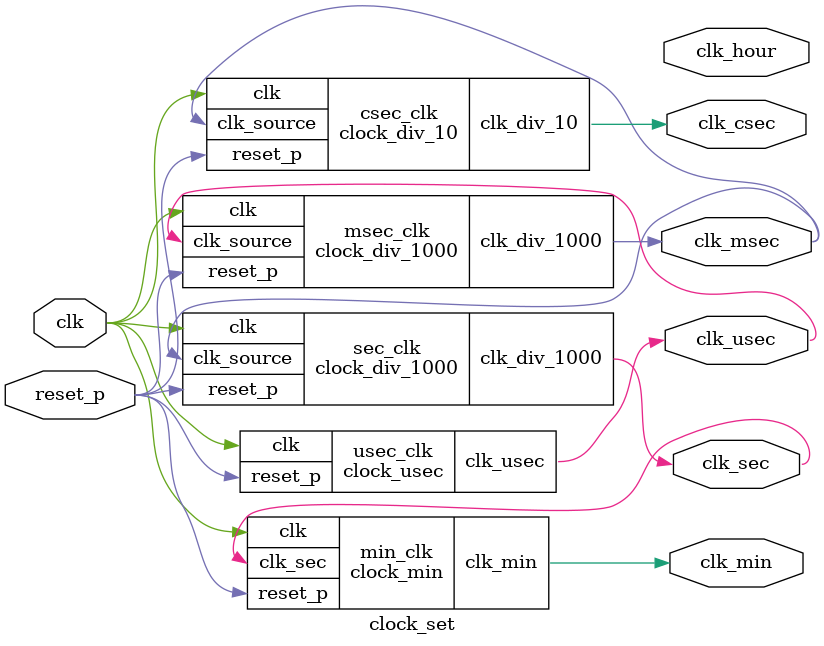
<source format=v>
`timescale 1ns / 1ps


module clock_usec(
    input clk, reset_p,
    output clk_usec
);
    
    wire  cp_usec;
    reg [7:0] cnt_sysclk; // 8ns

    assign cp_usec =(cnt_sysclk < 50) ? 0 : 1;       //1msec ÁÖ±â¸¦ °¡Áü
    
    edge_detector_n ed(.clk(clk), .reset_p(reset_p), .cp(cp_usec), .n_edge(clk_usec));

    always @(posedge clk or posedge reset_p)begin
        if(reset_p)cnt_sysclk = 0;
        else if(cnt_sysclk >= 100) cnt_sysclk = 0;
        else cnt_sysclk = cnt_sysclk + 1;
    end  
      
endmodule

module clock_div_1000(
    input clk, reset_p,
    input clk_source,
    output clk_div_1000
);
    reg [8:0] cnt_clk_source;
    reg cp_div_1000;

    edge_detector_n ed(.clk(clk), .reset_p(reset_p), .cp(cp_div_1000), .n_edge(clk_div_1000)); 
       
    always @(posedge clk or posedge reset_p)begin
        if(reset_p)begin
            cnt_clk_source = 0;
            cp_div_1000 = 0;
        end
        else if(clk_source) begin
            if(cnt_clk_source >= 499) begin
                cnt_clk_source = 0;
                cp_div_1000 = ~cp_div_1000;
            end
            else cnt_clk_source = cnt_clk_source + 1;
        end
    end           
         
endmodule

module clock_min(
    input clk, reset_p,
    input clk_sec,
    output clk_min
);
    reg [4:0] cnt_sec;
    reg cp_min;

    edge_detector_n ed(.clk(clk), .reset_p(reset_p), .cp(cp_min), .n_edge(clk_min));
        
    always @(posedge clk or posedge reset_p)begin
        if(reset_p) begin
            cnt_sec = 0;
            cp_min = 0;
        end
        else if(clk_sec)begin
            if(cnt_sec >= 29) begin
                cnt_sec = 0;
                cp_min = ~cp_min;
            end
            else cnt_sec = cnt_sec + 1;
        end
    end
                        
endmodule

module counter_dec_60(
    input clk, reset_p,
    input clk_time,
    output reg [3:0] dec1, dec10
);
    always @(posedge clk or posedge reset_p)begin
        if(reset_p)begin
            dec1 = 0;
            dec10 = 0;
        end
        else begin
            if(clk_time) begin
                if(dec1 >=9)begin
                    dec1 = 0;
                    if(dec10 >= 5)dec10 = 0;
                    else dec10 = dec10 + 1;
                end
                else dec1 = dec1+1;
            end
        end
    end
endmodule

module loadable_counter_dec_60(
    input clk, reset_p,
    input clk_time,
    input load_enable,
    input [3:0] set_value1, set_value10,
    output reg [3:0] dec1, dec10
);
    always @(posedge clk or posedge reset_p)begin
        if(reset_p)begin
            dec1 = 0;
            dec10 = 0;
        end
        else begin
            if(load_enable)begin
                dec1 = set_value1;
                dec10 = set_value10;
            end
            else if(clk_time) begin
                if(dec1 >=9)begin
                    dec1 = 0;
                    if(dec10 >= 5)dec10 = 0;
                    else dec10 = dec10 + 1;
                end
                else dec1 = dec1 + 1;
            end
        end
    end
endmodule

module clock_div_10(
    input clk, reset_p,
    input clk_source,
    output clk_div_10
);
    integer cnt_clk_source;     //integer Á¤¼ö

    reg cp_div_10;

    edge_detector_n ed(.clk(clk), .reset_p(reset_p), .cp(cp_div_10), .n_edge(clk_div_10));
       
    always @(posedge clk or posedge reset_p)begin
        if(reset_p)begin
            cnt_clk_source = 0;
            cp_div_10 = 0;
        end
        else if(clk_source) begin
            if(cnt_clk_source >=4) begin
                cnt_clk_source = 0;
                cp_div_10 = ~cp_div_10;
            end
            else cnt_clk_source = cnt_clk_source + 1;
        end
    end           
          
endmodule

module counter_dec_100(
    input clk, reset_p,
    input clk_time,
    output reg [3:0] dec1, dec10
);
    always @(posedge clk or posedge reset_p)begin
        if(reset_p)begin
            dec1 = 0;
            dec10 = 0;
        end
        else begin
            if(clk_time) begin
                if(dec1 >=9)begin
                    dec1 = 0;
                    if(dec10 >= 5)dec10 = 0;
                    else dec10 = dec10 + 1;
                end
                else dec1 = dec1 + 1;
            end
        end
    end
endmodule

module clock_min_down(
    input clk, reset_p,
    input clk_sec,
    output clk_min
);
    reg [4:0] cnt_sec;
    reg cp_min;

    edge_detector_n ed(.clk(clk), .reset_p(reset_p), .cp(cp_min), .n_edge(clk_min));   
        
    always @(posedge clk or posedge reset_p)begin
        if(reset_p) begin
            cnt_sec = 0;
            cp_min = 0;
        end
        else if(clk_sec)begin
            if(cnt_sec >= 29) begin
                cnt_sec = 0;
                cp_min = ~cp_min;
            end
            else cnt_sec = cnt_sec - 1;
        end
    end

endmodule

module counter_dec_60_down(
        input clk, reset_p,
        input clk_time,
        output reg [3:0] dec1, dec10,
        output reg dec_clk
);
        always @(posedge clk or posedge reset_p)begin
                if(reset_p)begin
                        dec1 = 0;
                        dec10 = 0;
                        dec_clk = 0;
                end
                else begin
                        if(clk_time) begin
                                if(dec1 == 0)begin
                                        dec1 = 9;
                                        if(dec10 == 0 )begin
                                                   dec10 = 5;
                                                   dec_clk = 1;
                                        end
                                        else dec10 = dec10 - 1;
                                end
                                else dec1 = dec1 - 1;
                        end
                        else dec_clk = 0;
               end
        end
endmodule

module loadable_downcounter_dec_60( // 10Áø¼ö µ¥½Ã¸ô·Î 60±îÁö ¼¼´Â Ä«¿îÆ®
    input clk, reset_p,
    input clk_time,
    input load_enable,
    input [3:0] set_value1, set_value10,
    output reg [3:0] dec1, dec10,
    output reg dec_clk
);
    always @(posedge clk or posedge reset_p)begin
        if(reset_p)begin
            dec1 = 0;
            dec10 = 0;
            dec_clk = 0;
        end
        else begin
            if(load_enable)begin
                dec1 = set_value1;
                dec10 = set_value10;
            end
            else if(clk_time)begin
                if(dec1 == 0)begin
                    dec1 = 9;
                    if(dec10 == 0)begin
                        dec10 = 5;
                        dec_clk = 1;
                    end
                    else dec10 = dec10 - 1;
                end
                else dec1 = dec1 - 1;
            end
            else dec_clk = 0;
        end
    end
endmodule

module clock_set(
    input clk, reset_p,
    output clk_usec,
    output clk_msec, clk_sec, clk_min, clk_hour,
    output clk_csec
);
        
    clock_usec usec_clk(clk,reset_p,clk_usec); 
    clock_div_1000 msec_clk(clk, reset_p, clk_usec, clk_msec);
    clock_div_1000 sec_clk(clk,reset_p, clk_msec, clk_sec);
    clock_div_10 csec_clk(clk, reset_p, clk_msec, clk_csec);
    clock_min min_clk(clk,reset_p, clk_sec, clk_min);

endmodule
</source>
